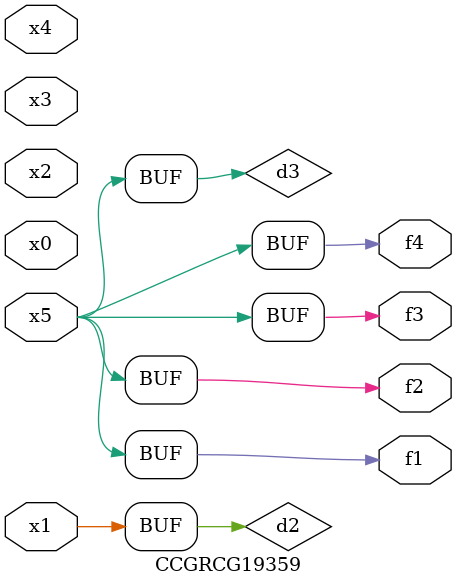
<source format=v>
module CCGRCG19359(
	input x0, x1, x2, x3, x4, x5,
	output f1, f2, f3, f4
);

	wire d1, d2, d3;

	not (d1, x5);
	or (d2, x1);
	xnor (d3, d1);
	assign f1 = d3;
	assign f2 = d3;
	assign f3 = d3;
	assign f4 = d3;
endmodule

</source>
